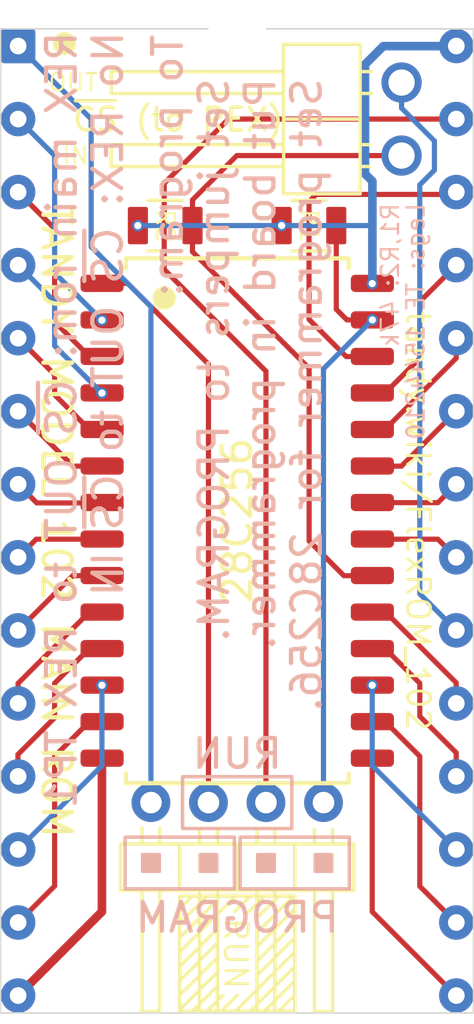
<source format=kicad_pcb>
(kicad_pcb (version 20171130) (host pcbnew 5.1.7-a382d34a8~87~ubuntu20.04.1)

  (general
    (thickness 1.6)
    (drawings 59)
    (tracks 133)
    (zones 0)
    (modules 6)
    (nets 32)
  )

  (page USLetter)
  (title_block
    (date 2020-11-02)
  )

  (layers
    (0 F.Cu signal)
    (31 B.Cu signal)
    (32 B.Adhes user hide)
    (33 F.Adhes user hide)
    (34 B.Paste user hide)
    (35 F.Paste user hide)
    (36 B.SilkS user)
    (37 F.SilkS user)
    (38 B.Mask user)
    (39 F.Mask user)
    (40 Dwgs.User user)
    (41 Cmts.User user hide)
    (42 Eco1.User user hide)
    (43 Eco2.User user hide)
    (44 Edge.Cuts user)
    (45 Margin user hide)
    (46 B.CrtYd user hide)
    (47 F.CrtYd user hide)
    (48 B.Fab user hide)
    (49 F.Fab user hide)
  )

  (setup
    (last_trace_width 0.18)
    (user_trace_width 0.16)
    (user_trace_width 0.2)
    (user_trace_width 0.3)
    (trace_clearance 0.16)
    (zone_clearance 0.508)
    (zone_45_only no)
    (trace_min 0.16)
    (via_size 0.4)
    (via_drill 0.25)
    (via_min_size 0.4)
    (via_min_drill 0.25)
    (uvia_size 0.4)
    (uvia_drill 0.25)
    (uvias_allowed no)
    (uvia_min_size 0.4)
    (uvia_min_drill 0.25)
    (edge_width 0.05)
    (segment_width 0.2)
    (pcb_text_width 0.3)
    (pcb_text_size 1.5 1.5)
    (mod_edge_width 0.12)
    (mod_text_size 1 1)
    (mod_text_width 0.15)
    (pad_size 2 2)
    (pad_drill 2)
    (pad_to_mask_clearance 0)
    (aux_axis_origin 0 0)
    (grid_origin 127 101.6)
    (visible_elements FFFFFF7F)
    (pcbplotparams
      (layerselection 0x010fc_ffffffff)
      (usegerberextensions false)
      (usegerberattributes false)
      (usegerberadvancedattributes false)
      (creategerberjobfile false)
      (excludeedgelayer true)
      (linewidth 0.100000)
      (plotframeref false)
      (viasonmask false)
      (mode 1)
      (useauxorigin false)
      (hpglpennumber 1)
      (hpglpenspeed 20)
      (hpglpendiameter 15.000000)
      (psnegative false)
      (psa4output false)
      (plotreference true)
      (plotvalue true)
      (plotinvisibletext false)
      (padsonsilk false)
      (subtractmaskfromsilk false)
      (outputformat 1)
      (mirror false)
      (drillshape 1)
      (scaleselection 1)
      (outputdirectory ""))
  )

  (net 0 "")
  (net 1 /D3)
  (net 2 /A12)
  (net 3 /D4)
  (net 4 /A7)
  (net 5 /D5)
  (net 6 /A6)
  (net 7 /D6)
  (net 8 /A5)
  (net 9 /D7)
  (net 10 /A4)
  (net 11 /~CS_OUT)
  (net 12 /A3)
  (net 13 /A10)
  (net 14 /A2)
  (net 15 /~OE)
  (net 16 /A1)
  (net 17 /A11)
  (net 18 /A0)
  (net 19 /A9)
  (net 20 /D0)
  (net 21 /A8)
  (net 22 /D1)
  (net 23 /A13)
  (net 24 /D2)
  (net 25 /A14)
  (net 26 /GND)
  (net 27 /VCC)
  (net 28 /~CS_IN)
  (net 29 /~WE)
  (net 30 /A14_~WE)
  (net 31 /NC_A14)

  (net_class Default "This is the default net class."
    (clearance 0.16)
    (trace_width 0.18)
    (via_dia 0.4)
    (via_drill 0.25)
    (uvia_dia 0.4)
    (uvia_drill 0.25)
    (add_net /A0)
    (add_net /A1)
    (add_net /A10)
    (add_net /A11)
    (add_net /A12)
    (add_net /A13)
    (add_net /A14)
    (add_net /A14_~WE)
    (add_net /A2)
    (add_net /A3)
    (add_net /A4)
    (add_net /A5)
    (add_net /A6)
    (add_net /A7)
    (add_net /A8)
    (add_net /A9)
    (add_net /D0)
    (add_net /D1)
    (add_net /D2)
    (add_net /D3)
    (add_net /D4)
    (add_net /D5)
    (add_net /D6)
    (add_net /D7)
    (add_net /GND)
    (add_net /NC_A14)
    (add_net /VCC)
    (add_net /~CS_IN)
    (add_net /~CS_OUT)
    (add_net /~OE)
    (add_net /~WE)
  )

  (module 000_LOCAL:PinHeader_1x04_P2.00mm_Horizontal (layer F.Cu) (tedit 5F9FCD4A) (tstamp 5FA053B9)
    (at 130 111.4 270)
    (descr "Through hole angled pin header, 1x04, 2.00mm pitch, 4.2mm pin length, single row")
    (tags "Through hole angled pin header THT 1x04 2.00mm single row")
    (path /5FA17830)
    (fp_text reference JP2 (at 3.1 -2 90) (layer F.SilkS) hide
      (effects (font (size 1 1) (thickness 0.15)))
    )
    (fp_text value Jumper_4_Bridged23 (at 3.1 8 90) (layer F.Fab)
      (effects (font (size 1 1) (thickness 0.15)))
    )
    (fp_line (start 1.875 -1) (end 3 -1) (layer F.Fab) (width 0.1))
    (fp_line (start 3 -1) (end 3 7) (layer F.Fab) (width 0.1))
    (fp_line (start 3 7) (end 1.5 7) (layer F.Fab) (width 0.1))
    (fp_line (start 1.5 7) (end 1.5 -0.625) (layer F.Fab) (width 0.1))
    (fp_line (start 1.5 -0.625) (end 1.875 -1) (layer F.Fab) (width 0.1))
    (fp_line (start -0.25 -0.25) (end 1.5 -0.25) (layer F.Fab) (width 0.1))
    (fp_line (start -0.25 -0.25) (end -0.25 0.25) (layer F.Fab) (width 0.1))
    (fp_line (start -0.25 0.25) (end 1.5 0.25) (layer F.Fab) (width 0.1))
    (fp_line (start 3 -0.25) (end 7.2 -0.25) (layer F.Fab) (width 0.1))
    (fp_line (start 7.2 -0.25) (end 7.2 0.25) (layer F.Fab) (width 0.1))
    (fp_line (start 3 0.25) (end 7.2 0.25) (layer F.Fab) (width 0.1))
    (fp_line (start -0.25 1.75) (end 1.5 1.75) (layer F.Fab) (width 0.1))
    (fp_line (start -0.25 1.75) (end -0.25 2.25) (layer F.Fab) (width 0.1))
    (fp_line (start -0.25 2.25) (end 1.5 2.25) (layer F.Fab) (width 0.1))
    (fp_line (start 3 1.75) (end 7.2 1.75) (layer F.Fab) (width 0.1))
    (fp_line (start 7.2 1.75) (end 7.2 2.25) (layer F.Fab) (width 0.1))
    (fp_line (start 3 2.25) (end 7.2 2.25) (layer F.Fab) (width 0.1))
    (fp_line (start -0.25 3.75) (end 1.5 3.75) (layer F.Fab) (width 0.1))
    (fp_line (start -0.25 3.75) (end -0.25 4.25) (layer F.Fab) (width 0.1))
    (fp_line (start -0.25 4.25) (end 1.5 4.25) (layer F.Fab) (width 0.1))
    (fp_line (start 3 3.75) (end 7.2 3.75) (layer F.Fab) (width 0.1))
    (fp_line (start 7.2 3.75) (end 7.2 4.25) (layer F.Fab) (width 0.1))
    (fp_line (start 3 4.25) (end 7.2 4.25) (layer F.Fab) (width 0.1))
    (fp_line (start -0.25 5.75) (end 1.5 5.75) (layer F.Fab) (width 0.1))
    (fp_line (start -0.25 5.75) (end -0.25 6.25) (layer F.Fab) (width 0.1))
    (fp_line (start -0.25 6.25) (end 1.5 6.25) (layer F.Fab) (width 0.1))
    (fp_line (start 3 5.75) (end 7.2 5.75) (layer F.Fab) (width 0.1))
    (fp_line (start 7.2 5.75) (end 7.2 6.25) (layer F.Fab) (width 0.1))
    (fp_line (start 3 6.25) (end 7.2 6.25) (layer F.Fab) (width 0.1))
    (fp_line (start 1.44 -1.06) (end 1.44 7.06) (layer F.SilkS) (width 0.12))
    (fp_line (start 1.44 7.06) (end 3.06 7.06) (layer F.SilkS) (width 0.12))
    (fp_line (start 3.06 7.06) (end 3.06 -1.06) (layer F.SilkS) (width 0.12))
    (fp_line (start 3.06 -1.06) (end 1.44 -1.06) (layer F.SilkS) (width 0.12))
    (fp_line (start 3.06 -0.31) (end 7.26 -0.31) (layer F.SilkS) (width 0.12))
    (fp_line (start 7.26 -0.31) (end 7.26 0.31) (layer F.SilkS) (width 0.12))
    (fp_line (start 7.26 0.31) (end 3.06 0.31) (layer F.SilkS) (width 0.12))
    (fp_line (start 0.935 -0.31) (end 1.44 -0.31) (layer F.SilkS) (width 0.12))
    (fp_line (start 0.935 0.31) (end 1.44 0.31) (layer F.SilkS) (width 0.12))
    (fp_line (start 1.44 1) (end 3.06 1) (layer F.SilkS) (width 0.12))
    (fp_line (start 3.06 1.69) (end 7.26 1.69) (layer F.SilkS) (width 0.12))
    (fp_line (start 7.26 1.69) (end 7.26 2.31) (layer F.SilkS) (width 0.12))
    (fp_line (start 7.26 2.31) (end 3.06 2.31) (layer F.SilkS) (width 0.12))
    (fp_line (start 0.882114 1.69) (end 1.44 1.69) (layer F.SilkS) (width 0.12))
    (fp_line (start 0.882114 2.31) (end 1.44 2.31) (layer F.SilkS) (width 0.12))
    (fp_line (start 1.44 3) (end 3.06 3) (layer F.SilkS) (width 0.12))
    (fp_line (start 3.06 3.69) (end 7.26 3.69) (layer F.SilkS) (width 0.12))
    (fp_line (start 7.26 3.69) (end 7.26 4.31) (layer F.SilkS) (width 0.12))
    (fp_line (start 7.26 4.31) (end 3.06 4.31) (layer F.SilkS) (width 0.12))
    (fp_line (start 0.882114 3.69) (end 1.44 3.69) (layer F.SilkS) (width 0.12))
    (fp_line (start 0.882114 4.31) (end 1.44 4.31) (layer F.SilkS) (width 0.12))
    (fp_line (start 1.44 5) (end 3.06 5) (layer F.SilkS) (width 0.12))
    (fp_line (start 3.06 5.69) (end 7.26 5.69) (layer F.SilkS) (width 0.12))
    (fp_line (start 7.26 5.69) (end 7.26 6.31) (layer F.SilkS) (width 0.12))
    (fp_line (start 7.26 6.31) (end 3.06 6.31) (layer F.SilkS) (width 0.12))
    (fp_line (start 0.882114 5.69) (end 1.44 5.69) (layer F.SilkS) (width 0.12))
    (fp_line (start 0.882114 6.31) (end 1.44 6.31) (layer F.SilkS) (width 0.12))
    (fp_line (start -1.5 -1.5) (end -1.5 7.5) (layer F.CrtYd) (width 0.05))
    (fp_line (start -1.5 7.5) (end 7.7 7.5) (layer F.CrtYd) (width 0.05))
    (fp_line (start 7.7 7.5) (end 7.7 -1.5) (layer F.CrtYd) (width 0.05))
    (fp_line (start 7.7 -1.5) (end -1.5 -1.5) (layer F.CrtYd) (width 0.05))
    (fp_text user %R (at 2.25 3) (layer F.Fab)
      (effects (font (size 0.9 0.9) (thickness 0.135)))
    )
    (pad 4 thru_hole circle (at 0 6 270) (size 1.35 1.35) (drill 0.75) (layers *.Cu *.Mask)
      (net 31 /NC_A14))
    (pad 3 thru_hole circle (at 0 4 270) (size 1.35 1.35) (drill 0.75) (layers *.Cu *.Mask)
      (net 25 /A14))
    (pad 2 thru_hole circle (at 0 2 270) (size 1.35 1.35) (drill 0.75) (layers *.Cu *.Mask)
      (net 30 /A14_~WE))
    (pad 1 thru_hole circle (at 0 0 270) (size 1.35 1.35) (drill 0.75) (layers *.Cu *.Mask)
      (net 29 /~WE))
    (model ${KIPRJMOD}/000_LOCAL.pretty/packages3d/PinHeader_1x04_P2.00mm_Horizontal.step
      (at (xyz 0 0 0))
      (scale (xyz 1 1 1))
      (rotate (xyz 0 0 0))
    )
  )

  (module 000_LOCAL:DIP28_0.6_pcb_sil_pins (layer F.Cu) (tedit 5E4383E0) (tstamp 5E369E74)
    (at 127 101.6)
    (descr "28-lead though-hole mounted DIP package, row spacing 15.24 mm (600 mils)")
    (tags "THT DIP DIL PDIP 2.54mm 15.24mm 600mil")
    (path /5E5C209E)
    (fp_text reference J1 (at -4.445 -16.51) (layer F.SilkS) hide
      (effects (font (size 1 1) (thickness 0.15)))
    )
    (fp_text value "27C256 DIP LEGS" (at 0 18.84) (layer F.Fab)
      (effects (font (size 1 1) (thickness 0.15)))
    )
    (fp_line (start 8.22 -17.11) (end -8.22 -17.11) (layer F.CrtYd) (width 0.01))
    (fp_line (start 8.22 17.11) (end 8.22 -17.11) (layer F.CrtYd) (width 0.01))
    (fp_line (start -8.22 17.11) (end 8.22 17.11) (layer F.CrtYd) (width 0.01))
    (fp_line (start -8.22 -17.11) (end -8.22 17.11) (layer F.CrtYd) (width 0.01))
    (fp_text user %R (at 0.27 3.12) (layer F.Fab)
      (effects (font (size 1 1) (thickness 0.15)))
    )
    (pad "" np_thru_hole circle (at 0 -17.11) (size 2 2) (drill 2) (layers *.Cu *.Mask))
    (pad 1 thru_hole roundrect (at -7.62 -16.51) (size 1.2 1.2) (drill 0.58) (layers *.Cu *.Mask) (roundrect_rratio 0.1)
      (net 31 /NC_A14))
    (pad 15 thru_hole circle (at 7.62 16.51) (size 1.2 1.2) (drill 0.58) (layers *.Cu *.Mask)
      (net 1 /D3))
    (pad 2 thru_hole circle (at -7.62 -13.97) (size 1.2 1.2) (drill 0.58) (layers *.Cu *.Mask)
      (net 2 /A12))
    (pad 16 thru_hole circle (at 7.62 13.97) (size 1.2 1.2) (drill 0.58) (layers *.Cu *.Mask)
      (net 3 /D4))
    (pad 3 thru_hole circle (at -7.62 -11.43) (size 1.2 1.2) (drill 0.58) (layers *.Cu *.Mask)
      (net 4 /A7))
    (pad 17 thru_hole circle (at 7.62 11.43) (size 1.2 1.2) (drill 0.58) (layers *.Cu *.Mask)
      (net 5 /D5))
    (pad 4 thru_hole circle (at -7.62 -8.89) (size 1.2 1.2) (drill 0.58) (layers *.Cu *.Mask)
      (net 6 /A6))
    (pad 18 thru_hole circle (at 7.62 8.89) (size 1.2 1.2) (drill 0.58) (layers *.Cu *.Mask)
      (net 7 /D6))
    (pad 5 thru_hole circle (at -7.62 -6.35) (size 1.2 1.2) (drill 0.58) (layers *.Cu *.Mask)
      (net 8 /A5))
    (pad 19 thru_hole circle (at 7.62 6.35) (size 1.2 1.2) (drill 0.58) (layers *.Cu *.Mask)
      (net 9 /D7))
    (pad 6 thru_hole circle (at -7.62 -3.81) (size 1.2 1.2) (drill 0.58) (layers *.Cu *.Mask)
      (net 10 /A4))
    (pad 20 thru_hole circle (at 7.62 3.81) (size 1.2 1.2) (drill 0.58) (layers *.Cu *.Mask)
      (net 11 /~CS_OUT))
    (pad 7 thru_hole circle (at -7.62 -1.27) (size 1.2 1.2) (drill 0.58) (layers *.Cu *.Mask)
      (net 12 /A3))
    (pad 21 thru_hole circle (at 7.62 1.27) (size 1.2 1.2) (drill 0.58) (layers *.Cu *.Mask)
      (net 13 /A10))
    (pad 8 thru_hole circle (at -7.62 1.27) (size 1.2 1.2) (drill 0.58) (layers *.Cu *.Mask)
      (net 14 /A2))
    (pad 22 thru_hole circle (at 7.62 -1.27) (size 1.2 1.2) (drill 0.58) (layers *.Cu *.Mask)
      (net 15 /~OE))
    (pad 9 thru_hole circle (at -7.62 3.81) (size 1.2 1.2) (drill 0.58) (layers *.Cu *.Mask)
      (net 16 /A1))
    (pad 23 thru_hole circle (at 7.62 -3.81) (size 1.2 1.2) (drill 0.58) (layers *.Cu *.Mask)
      (net 17 /A11))
    (pad 10 thru_hole circle (at -7.62 6.35) (size 1.2 1.2) (drill 0.58) (layers *.Cu *.Mask)
      (net 18 /A0))
    (pad 24 thru_hole circle (at 7.62 -6.35) (size 1.2 1.2) (drill 0.58) (layers *.Cu *.Mask)
      (net 19 /A9))
    (pad 11 thru_hole circle (at -7.62 8.89) (size 1.2 1.2) (drill 0.58) (layers *.Cu *.Mask)
      (net 20 /D0))
    (pad 25 thru_hole circle (at 7.62 -8.89) (size 1.2 1.2) (drill 0.58) (layers *.Cu *.Mask)
      (net 21 /A8))
    (pad 12 thru_hole circle (at -7.62 11.43) (size 1.2 1.2) (drill 0.58) (layers *.Cu *.Mask)
      (net 22 /D1))
    (pad 26 thru_hole circle (at 7.62 -11.43) (size 1.2 1.2) (drill 0.58) (layers *.Cu *.Mask)
      (net 23 /A13))
    (pad 13 thru_hole circle (at -7.62 13.97) (size 1.2 1.2) (drill 0.58) (layers *.Cu *.Mask)
      (net 24 /D2))
    (pad 27 thru_hole circle (at 7.62 -13.97) (size 1.2 1.2) (drill 0.58) (layers *.Cu *.Mask)
      (net 30 /A14_~WE))
    (pad 14 thru_hole circle (at -7.62 16.51) (size 1.2 1.2) (drill 0.58) (layers *.Cu *.Mask)
      (net 26 /GND))
    (pad 28 thru_hole circle (at 7.62 -16.51) (size 1.2 1.2) (drill 0.58) (layers *.Cu *.Mask)
      (net 27 /VCC))
    (model ${KIPRJMOD}/000_LOCAL.pretty/packages3d/DIL_LEG.step
      (offset (xyz -7.62 16.51 0.18))
      (scale (xyz 1 1 1))
      (rotate (xyz 0 0 0))
    )
    (model ${KIPRJMOD}/000_LOCAL.pretty/packages3d/DIL_LEG.step
      (offset (xyz -7.62 13.97 0.18))
      (scale (xyz 1 1 1))
      (rotate (xyz 0 0 0))
    )
    (model ${KIPRJMOD}/000_LOCAL.pretty/packages3d/DIL_LEG.step
      (offset (xyz -7.62 11.43 0.18))
      (scale (xyz 1 1 1))
      (rotate (xyz 0 0 0))
    )
    (model ${KIPRJMOD}/000_LOCAL.pretty/packages3d/DIL_LEG.step
      (offset (xyz -7.62 8.890000000000001 0.18))
      (scale (xyz 1 1 1))
      (rotate (xyz 0 0 0))
    )
    (model ${KIPRJMOD}/000_LOCAL.pretty/packages3d/DIL_LEG.step
      (offset (xyz -7.62 6.35 0.18))
      (scale (xyz 1 1 1))
      (rotate (xyz 0 0 0))
    )
    (model ${KIPRJMOD}/000_LOCAL.pretty/packages3d/DIL_LEG.step
      (offset (xyz -7.62 3.81 0.18))
      (scale (xyz 1 1 1))
      (rotate (xyz 0 0 0))
    )
    (model ${KIPRJMOD}/000_LOCAL.pretty/packages3d/DIL_LEG.step
      (offset (xyz -7.62 1.27 0.18))
      (scale (xyz 1 1 1))
      (rotate (xyz 0 0 0))
    )
    (model ${KIPRJMOD}/000_LOCAL.pretty/packages3d/DIL_LEG.step
      (offset (xyz -7.62 -1.27 0.18))
      (scale (xyz 1 1 1))
      (rotate (xyz 0 0 0))
    )
    (model ${KIPRJMOD}/000_LOCAL.pretty/packages3d/DIL_LEG.step
      (offset (xyz -7.62 -3.81 0.18))
      (scale (xyz 1 1 1))
      (rotate (xyz 0 0 0))
    )
    (model ${KIPRJMOD}/000_LOCAL.pretty/packages3d/DIL_LEG.step
      (offset (xyz -7.62 -6.35 0.18))
      (scale (xyz 1 1 1))
      (rotate (xyz 0 0 0))
    )
    (model ${KIPRJMOD}/000_LOCAL.pretty/packages3d/DIL_LEG.step
      (offset (xyz -7.62 -8.890000000000001 0.18))
      (scale (xyz 1 1 1))
      (rotate (xyz 0 0 0))
    )
    (model ${KIPRJMOD}/000_LOCAL.pretty/packages3d/DIL_LEG.step
      (offset (xyz -7.62 -11.43 0.18))
      (scale (xyz 1 1 1))
      (rotate (xyz 0 0 0))
    )
    (model ${KIPRJMOD}/000_LOCAL.pretty/packages3d/DIL_LEG.step
      (offset (xyz -7.62 -13.97 0.18))
      (scale (xyz 1 1 1))
      (rotate (xyz 0 0 0))
    )
    (model ${KIPRJMOD}/000_LOCAL.pretty/packages3d/DIL_LEG.step
      (offset (xyz -7.62 -16.51 0.18))
      (scale (xyz 1 1 1))
      (rotate (xyz 0 0 0))
    )
    (model ${KIPRJMOD}/000_LOCAL.pretty/packages3d/DIL_LEG.step
      (offset (xyz 7.62 -16.51 0.18))
      (scale (xyz 1 1 1))
      (rotate (xyz 0 0 0))
    )
    (model ${KIPRJMOD}/000_LOCAL.pretty/packages3d/DIL_LEG.step
      (offset (xyz 7.62 -13.97 0.18))
      (scale (xyz 1 1 1))
      (rotate (xyz 0 0 0))
    )
    (model ${KIPRJMOD}/000_LOCAL.pretty/packages3d/DIL_LEG.step
      (offset (xyz 7.62 -11.43 0.18))
      (scale (xyz 1 1 1))
      (rotate (xyz 0 0 0))
    )
    (model ${KIPRJMOD}/000_LOCAL.pretty/packages3d/DIL_LEG.step
      (offset (xyz 7.62 -8.890000000000001 0.18))
      (scale (xyz 1 1 1))
      (rotate (xyz 0 0 0))
    )
    (model ${KIPRJMOD}/000_LOCAL.pretty/packages3d/DIL_LEG.step
      (offset (xyz 7.62 -6.35 0.18))
      (scale (xyz 1 1 1))
      (rotate (xyz 0 0 0))
    )
    (model ${KIPRJMOD}/000_LOCAL.pretty/packages3d/DIL_LEG.step
      (offset (xyz 7.62 -3.81 0.18))
      (scale (xyz 1 1 1))
      (rotate (xyz 0 0 0))
    )
    (model ${KIPRJMOD}/000_LOCAL.pretty/packages3d/DIL_LEG.step
      (offset (xyz 7.62 -1.27 0.18))
      (scale (xyz 1 1 1))
      (rotate (xyz 0 0 0))
    )
    (model ${KIPRJMOD}/000_LOCAL.pretty/packages3d/DIL_LEG.step
      (offset (xyz 7.62 1.27 0.18))
      (scale (xyz 1 1 1))
      (rotate (xyz 0 0 0))
    )
    (model ${KIPRJMOD}/000_LOCAL.pretty/packages3d/DIL_LEG.step
      (offset (xyz 7.62 3.81 0.18))
      (scale (xyz 1 1 1))
      (rotate (xyz 0 0 0))
    )
    (model ${KIPRJMOD}/000_LOCAL.pretty/packages3d/DIL_LEG.step
      (offset (xyz 7.62 6.35 0.18))
      (scale (xyz 1 1 1))
      (rotate (xyz 0 0 0))
    )
    (model ${KIPRJMOD}/000_LOCAL.pretty/packages3d/DIL_LEG.step
      (offset (xyz 7.62 8.890000000000001 0.18))
      (scale (xyz 1 1 1))
      (rotate (xyz 0 0 0))
    )
    (model ${KIPRJMOD}/000_LOCAL.pretty/packages3d/DIL_LEG.step
      (offset (xyz 7.62 11.43 0.18))
      (scale (xyz 1 1 1))
      (rotate (xyz 0 0 0))
    )
    (model ${KIPRJMOD}/000_LOCAL.pretty/packages3d/DIL_LEG.step
      (offset (xyz 7.62 13.97 0.18))
      (scale (xyz 1 1 1))
      (rotate (xyz 0 0 0))
    )
    (model ${KIPRJMOD}/000_LOCAL.pretty/packages3d/DIL_LEG.step
      (offset (xyz 7.62 16.51 0.18))
      (scale (xyz 1 1 1))
      (rotate (xyz 0 0 0))
    )
  )

  (module 000_LOCAL:R_0805 (layer F.Cu) (tedit 5F9E65BE) (tstamp 5F9FCA43)
    (at 129.495 91.335 180)
    (descr "Resistor SMD 0805, reflow soldering, Vishay (see dcrcw.pdf)")
    (tags "resistor 0805")
    (path /5E6B3AF8)
    (attr smd)
    (fp_text reference R1 (at -0.005 -0.015 -90 unlocked) (layer F.SilkS)
      (effects (font (size 0.6 0.6) (thickness 0.08)))
    )
    (fp_text value 47K (at 0 1.75) (layer F.Fab) hide
      (effects (font (size 1 1) (thickness 0.15)))
    )
    (fp_line (start -1 0.62) (end -1 -0.62) (layer F.Fab) (width 0.1))
    (fp_line (start 1 0.62) (end -1 0.62) (layer F.Fab) (width 0.1))
    (fp_line (start 1 -0.62) (end 1 0.62) (layer F.Fab) (width 0.1))
    (fp_line (start -1 -0.62) (end 1 -0.62) (layer F.Fab) (width 0.1))
    (fp_line (start 0.6 0.88) (end -0.6 0.88) (layer F.SilkS) (width 0.12))
    (fp_line (start -0.6 -0.88) (end 0.6 -0.88) (layer F.SilkS) (width 0.12))
    (fp_line (start -1.55 -0.9) (end 1.55 -0.9) (layer F.CrtYd) (width 0.05))
    (fp_line (start -1.55 -0.9) (end -1.55 0.9) (layer F.CrtYd) (width 0.05))
    (fp_line (start 1.55 0.9) (end 1.55 -0.9) (layer F.CrtYd) (width 0.05))
    (fp_line (start 1.55 0.9) (end -1.55 0.9) (layer F.CrtYd) (width 0.05))
    (fp_text user %R (at 0 0) (layer F.Fab) hide
      (effects (font (size 0.5 0.5) (thickness 0.075)))
    )
    (pad 1 smd roundrect (at -0.95 0 180) (size 0.7 1.3) (layers F.Cu F.Paste F.Mask) (roundrect_rratio 0.1)
      (net 29 /~WE))
    (pad 2 smd roundrect (at 0.95 0 180) (size 0.7 1.3) (layers F.Cu F.Paste F.Mask) (roundrect_rratio 0.1)
      (net 27 /VCC))
    (model ${KIPRJMOD}/000_LOCAL.pretty/packages3d/R_0805_2012Metric.step
      (at (xyz 0 0 0))
      (scale (xyz 1 1 1))
      (rotate (xyz 0 0 0))
    )
  )

  (module 000_LOCAL:R_0805 (layer F.Cu) (tedit 5F9E65BE) (tstamp 5F9FCA13)
    (at 124.495 91.335 180)
    (descr "Resistor SMD 0805, reflow soldering, Vishay (see dcrcw.pdf)")
    (tags "resistor 0805")
    (path /5E68C7F8)
    (attr smd)
    (fp_text reference R2 (at -0.005 -0.015 270 unlocked) (layer F.SilkS)
      (effects (font (size 0.6 0.6) (thickness 0.08)))
    )
    (fp_text value 47K (at 0 1.75) (layer F.Fab)
      (effects (font (size 1 1) (thickness 0.15)))
    )
    (fp_line (start -1 0.62) (end -1 -0.62) (layer F.Fab) (width 0.1))
    (fp_line (start 1 0.62) (end -1 0.62) (layer F.Fab) (width 0.1))
    (fp_line (start 1 -0.62) (end 1 0.62) (layer F.Fab) (width 0.1))
    (fp_line (start -1 -0.62) (end 1 -0.62) (layer F.Fab) (width 0.1))
    (fp_line (start 0.6 0.88) (end -0.6 0.88) (layer F.SilkS) (width 0.12))
    (fp_line (start -0.6 -0.88) (end 0.6 -0.88) (layer F.SilkS) (width 0.12))
    (fp_line (start -1.55 -0.9) (end 1.55 -0.9) (layer F.CrtYd) (width 0.05))
    (fp_line (start -1.55 -0.9) (end -1.55 0.9) (layer F.CrtYd) (width 0.05))
    (fp_line (start 1.55 0.9) (end 1.55 -0.9) (layer F.CrtYd) (width 0.05))
    (fp_line (start 1.55 0.9) (end -1.55 0.9) (layer F.CrtYd) (width 0.05))
    (fp_text user %R (at 0 0) (layer F.Fab)
      (effects (font (size 0.5 0.5) (thickness 0.075)))
    )
    (pad 1 smd roundrect (at -0.95 0 180) (size 0.7 1.3) (layers F.Cu F.Paste F.Mask) (roundrect_rratio 0.1)
      (net 28 /~CS_IN))
    (pad 2 smd roundrect (at 0.95 0 180) (size 0.7 1.3) (layers F.Cu F.Paste F.Mask) (roundrect_rratio 0.1)
      (net 27 /VCC))
    (model ${KIPRJMOD}/000_LOCAL.pretty/packages3d/R_0805_2012Metric.step
      (at (xyz 0 0 0))
      (scale (xyz 1 1 1))
      (rotate (xyz 0 0 0))
    )
  )

  (module 000_LOCAL:SOIC28W (layer F.Cu) (tedit 5E621A1B) (tstamp 5FA06128)
    (at 127 101.6)
    (descr "28-Lead Plastic Small Outline (SO) - Wide, 7.50 mm Body [SOIC] (see Microchip Packaging Specification 00000049BS.pdf)")
    (tags "SOIC 1.27")
    (path /5E5B130A)
    (attr smd)
    (fp_text reference U1 (at 0 -10.05) (layer F.SilkS) hide
      (effects (font (size 1 1) (thickness 0.15)))
    )
    (fp_text value 28C256 (at -0.0003 -0.0002 -90) (layer F.SilkS)
      (effects (font (size 1 1) (thickness 0.15)))
    )
    (fp_circle (center -2.54 -7.747) (end -2.3368 -7.747) (layer F.SilkS) (width 0.4064))
    (fp_line (start -2.75 -8.95) (end 3.75 -8.95) (layer F.Fab) (width 0.15))
    (fp_line (start 3.75 -8.95) (end 3.75 8.95) (layer F.Fab) (width 0.15))
    (fp_line (start 3.75 8.95) (end -3.75 8.95) (layer F.Fab) (width 0.15))
    (fp_line (start -3.75 8.95) (end -3.75 -7.95) (layer F.Fab) (width 0.15))
    (fp_line (start -3.75 -7.95) (end -2.75 -8.95) (layer F.Fab) (width 0.15))
    (fp_line (start -5.95 -9.3) (end -5.95 9.3) (layer F.CrtYd) (width 0.05))
    (fp_line (start 5.95 -9.3) (end 5.95 9.3) (layer F.CrtYd) (width 0.05))
    (fp_line (start -5.95 -9.3) (end 5.95 -9.3) (layer F.CrtYd) (width 0.05))
    (fp_line (start -5.95 9.3) (end 5.95 9.3) (layer F.CrtYd) (width 0.05))
    (fp_line (start -3.875 -9.125) (end -3.875 -8.78) (layer F.SilkS) (width 0.15))
    (fp_line (start 3.875 -9.125) (end 3.875 -8.78) (layer F.SilkS) (width 0.15))
    (fp_line (start 3.875 9.125) (end 3.875 8.78) (layer F.SilkS) (width 0.15))
    (fp_line (start -3.875 9.125) (end -3.875 8.78) (layer F.SilkS) (width 0.15))
    (fp_line (start -3.875 -9.125) (end 3.875 -9.125) (layer F.SilkS) (width 0.15))
    (fp_line (start -3.875 9.125) (end 3.875 9.125) (layer F.SilkS) (width 0.15))
    (fp_text user %R (at -0.01 1.61) (layer F.Fab)
      (effects (font (size 1 1) (thickness 0.15)))
    )
    (pad 28 smd roundrect (at 4.7 -8.255) (size 1.5 0.6) (layers F.Cu F.Paste F.Mask) (roundrect_rratio 0.25)
      (net 27 /VCC))
    (pad 27 smd roundrect (at 4.7 -6.985) (size 1.5 0.6) (layers F.Cu F.Paste F.Mask) (roundrect_rratio 0.25)
      (net 29 /~WE))
    (pad 26 smd roundrect (at 4.7 -5.715) (size 1.5 0.6) (layers F.Cu F.Paste F.Mask) (roundrect_rratio 0.25)
      (net 23 /A13))
    (pad 25 smd roundrect (at 4.7 -4.445) (size 1.5 0.6) (layers F.Cu F.Paste F.Mask) (roundrect_rratio 0.25)
      (net 21 /A8))
    (pad 24 smd roundrect (at 4.7 -3.175) (size 1.5 0.6) (layers F.Cu F.Paste F.Mask) (roundrect_rratio 0.25)
      (net 19 /A9))
    (pad 23 smd roundrect (at 4.7 -1.905) (size 1.5 0.6) (layers F.Cu F.Paste F.Mask) (roundrect_rratio 0.25)
      (net 17 /A11))
    (pad 22 smd roundrect (at 4.7 -0.635) (size 1.5 0.6) (layers F.Cu F.Paste F.Mask) (roundrect_rratio 0.25)
      (net 15 /~OE))
    (pad 21 smd roundrect (at 4.7 0.635) (size 1.5 0.6) (layers F.Cu F.Paste F.Mask) (roundrect_rratio 0.25)
      (net 13 /A10))
    (pad 20 smd roundrect (at 4.7 1.905) (size 1.5 0.6) (layers F.Cu F.Paste F.Mask) (roundrect_rratio 0.25)
      (net 28 /~CS_IN))
    (pad 19 smd roundrect (at 4.7 3.175) (size 1.5 0.6) (layers F.Cu F.Paste F.Mask) (roundrect_rratio 0.25)
      (net 9 /D7))
    (pad 18 smd roundrect (at 4.7 4.445) (size 1.5 0.6) (layers F.Cu F.Paste F.Mask) (roundrect_rratio 0.25)
      (net 7 /D6))
    (pad 17 smd roundrect (at 4.7 5.715) (size 1.5 0.6) (layers F.Cu F.Paste F.Mask) (roundrect_rratio 0.25)
      (net 5 /D5))
    (pad 16 smd roundrect (at 4.7 6.985) (size 1.5 0.6) (layers F.Cu F.Paste F.Mask) (roundrect_rratio 0.25)
      (net 3 /D4))
    (pad 15 smd roundrect (at 4.7 8.255) (size 1.5 0.6) (layers F.Cu F.Paste F.Mask) (roundrect_rratio 0.25)
      (net 1 /D3))
    (pad 14 smd roundrect (at -4.7 8.255) (size 1.5 0.6) (layers F.Cu F.Paste F.Mask) (roundrect_rratio 0.25)
      (net 26 /GND))
    (pad 13 smd roundrect (at -4.7 6.985) (size 1.5 0.6) (layers F.Cu F.Paste F.Mask) (roundrect_rratio 0.25)
      (net 24 /D2))
    (pad 12 smd roundrect (at -4.7 5.715) (size 1.5 0.6) (layers F.Cu F.Paste F.Mask) (roundrect_rratio 0.25)
      (net 22 /D1))
    (pad 11 smd roundrect (at -4.7 4.445) (size 1.5 0.6) (layers F.Cu F.Paste F.Mask) (roundrect_rratio 0.25)
      (net 20 /D0))
    (pad 10 smd roundrect (at -4.7 3.175) (size 1.5 0.6) (layers F.Cu F.Paste F.Mask) (roundrect_rratio 0.25)
      (net 18 /A0))
    (pad 9 smd roundrect (at -4.7 1.905) (size 1.5 0.6) (layers F.Cu F.Paste F.Mask) (roundrect_rratio 0.25)
      (net 16 /A1))
    (pad 8 smd roundrect (at -4.7 0.635) (size 1.5 0.6) (layers F.Cu F.Paste F.Mask) (roundrect_rratio 0.25)
      (net 14 /A2))
    (pad 7 smd roundrect (at -4.7 -0.635) (size 1.5 0.6) (layers F.Cu F.Paste F.Mask) (roundrect_rratio 0.25)
      (net 12 /A3))
    (pad 6 smd roundrect (at -4.7 -1.905) (size 1.5 0.6) (layers F.Cu F.Paste F.Mask) (roundrect_rratio 0.25)
      (net 10 /A4))
    (pad 5 smd roundrect (at -4.7 -3.175) (size 1.5 0.6) (layers F.Cu F.Paste F.Mask) (roundrect_rratio 0.25)
      (net 8 /A5))
    (pad 4 smd roundrect (at -4.7 -4.445) (size 1.5 0.6) (layers F.Cu F.Paste F.Mask) (roundrect_rratio 0.25)
      (net 6 /A6))
    (pad 3 smd roundrect (at -4.7 -5.715) (size 1.5 0.6) (layers F.Cu F.Paste F.Mask) (roundrect_rratio 0.25)
      (net 4 /A7))
    (pad 2 smd roundrect (at -4.7 -6.985) (size 1.5 0.6) (layers F.Cu F.Paste F.Mask) (roundrect_rratio 0.25)
      (net 2 /A12))
    (pad 1 smd roundrect (at -4.7 -8.255) (size 1.5 0.6) (layers F.Cu F.Paste F.Mask) (roundrect_rratio 0.25)
      (net 25 /A14))
    (model ${KIPRJMOD}/000_LOCAL.pretty/packages3d/SOIC28W.step
      (at (xyz 0 0 0))
      (scale (xyz 1 1 1))
      (rotate (xyz 0 0 0))
    )
  )

  (module 000_LOCAL:Pin_Header_Angled_1x02_Pitch2.54mm (layer F.Cu) (tedit 5E349946) (tstamp 5F9FC9AC)
    (at 132.715 88.9 180)
    (descr "Through hole angled pin header, 1x02, 2.54mm pitch, 6mm pin length, single row")
    (tags "Through hole angled pin header THT 1x02 2.54mm single row")
    (path /5E68B8A2)
    (fp_text reference JP1 (at 4.385 -2.27 180) (layer F.SilkS) hide
      (effects (font (size 1 1) (thickness 0.15)))
    )
    (fp_text value "~CS~ breakout (REX TP1)" (at 4.385 4.81 180) (layer F.Fab)
      (effects (font (size 1 1) (thickness 0.15)))
    )
    (fp_line (start 10.55 -1.8) (end -1.8 -1.8) (layer F.CrtYd) (width 0.05))
    (fp_line (start 10.55 4.35) (end 10.55 -1.8) (layer F.CrtYd) (width 0.05))
    (fp_line (start -1.8 4.35) (end 10.55 4.35) (layer F.CrtYd) (width 0.05))
    (fp_line (start -1.8 -1.8) (end -1.8 4.35) (layer F.CrtYd) (width 0.05))
    (fp_line (start 1.042929 2.92) (end 1.44 2.92) (layer F.SilkS) (width 0.12))
    (fp_line (start 1.042929 2.16) (end 1.44 2.16) (layer F.SilkS) (width 0.12))
    (fp_line (start 10.1 2.92) (end 4.1 2.92) (layer F.SilkS) (width 0.12))
    (fp_line (start 10.1 2.16) (end 10.1 2.92) (layer F.SilkS) (width 0.12))
    (fp_line (start 4.1 2.16) (end 10.1 2.16) (layer F.SilkS) (width 0.12))
    (fp_line (start 1.44 1.27) (end 4.1 1.27) (layer F.SilkS) (width 0.12))
    (fp_line (start 1.11 0.38) (end 1.44 0.38) (layer F.SilkS) (width 0.12))
    (fp_line (start 1.11 -0.38) (end 1.44 -0.38) (layer F.SilkS) (width 0.12))
    (fp_line (start 10.1 0.38) (end 4.1 0.38) (layer F.SilkS) (width 0.12))
    (fp_line (start 10.1 -0.38) (end 10.1 0.38) (layer F.SilkS) (width 0.12))
    (fp_line (start 4.1 -0.38) (end 10.1 -0.38) (layer F.SilkS) (width 0.12))
    (fp_line (start 4.1 -1.33) (end 1.44 -1.33) (layer F.SilkS) (width 0.12))
    (fp_line (start 4.1 3.87) (end 4.1 -1.33) (layer F.SilkS) (width 0.12))
    (fp_line (start 1.44 3.87) (end 4.1 3.87) (layer F.SilkS) (width 0.12))
    (fp_line (start 1.44 -1.33) (end 1.44 3.87) (layer F.SilkS) (width 0.12))
    (fp_line (start 4.04 2.86) (end 10.04 2.86) (layer F.Fab) (width 0.1))
    (fp_line (start 10.04 2.22) (end 10.04 2.86) (layer F.Fab) (width 0.1))
    (fp_line (start 4.04 2.22) (end 10.04 2.22) (layer F.Fab) (width 0.1))
    (fp_line (start -0.32 2.86) (end 1.5 2.86) (layer F.Fab) (width 0.1))
    (fp_line (start -0.32 2.22) (end -0.32 2.86) (layer F.Fab) (width 0.1))
    (fp_line (start -0.32 2.22) (end 1.5 2.22) (layer F.Fab) (width 0.1))
    (fp_line (start 4.04 0.32) (end 10.04 0.32) (layer F.Fab) (width 0.1))
    (fp_line (start 10.04 -0.32) (end 10.04 0.32) (layer F.Fab) (width 0.1))
    (fp_line (start 4.04 -0.32) (end 10.04 -0.32) (layer F.Fab) (width 0.1))
    (fp_line (start -0.32 0.32) (end 1.5 0.32) (layer F.Fab) (width 0.1))
    (fp_line (start -0.32 -0.32) (end -0.32 0.32) (layer F.Fab) (width 0.1))
    (fp_line (start -0.32 -0.32) (end 1.5 -0.32) (layer F.Fab) (width 0.1))
    (fp_line (start 1.5 -0.635) (end 2.135 -1.27) (layer F.Fab) (width 0.1))
    (fp_line (start 1.5 3.81) (end 1.5 -0.635) (layer F.Fab) (width 0.1))
    (fp_line (start 4.04 3.81) (end 1.5 3.81) (layer F.Fab) (width 0.1))
    (fp_line (start 4.04 -1.27) (end 4.04 3.81) (layer F.Fab) (width 0.1))
    (fp_line (start 2.135 -1.27) (end 4.04 -1.27) (layer F.Fab) (width 0.1))
    (fp_text user %R (at 2.77 1.27 270) (layer F.Fab)
      (effects (font (size 1 1) (thickness 0.15)))
    )
    (pad 1 thru_hole circle (at 0 0 180) (size 1.4 1.4) (drill 0.914) (layers *.Cu *.Mask)
      (net 28 /~CS_IN))
    (pad 2 thru_hole circle (at 0 2.54 180) (size 1.4 1.4) (drill 0.914) (layers *.Cu *.Mask)
      (net 11 /~CS_OUT))
    (model ${KIPRJMOD}/000_LOCAL.pretty/packages3d/PinHeader_1x02_P2.54mm_Horizontal.step
      (at (xyz 0 0 0))
      (scale (xyz 1 1 1))
      (rotate (xyz 0 0 0))
    )
  )

  (gr_line (start 127.7 115.9) (end 128.95 114.65) (layer F.SilkS) (width 0.12) (tstamp 5FA06E38))
  (gr_line (start 128.45 118.65) (end 129 118.1) (layer F.SilkS) (width 0.12) (tstamp 5FA0679A))
  (gr_line (start 127.95 118.65) (end 129 117.6) (layer F.SilkS) (width 0.12) (tstamp 5FA0672D))
  (gr_line (start 125 118.6) (end 126.3 117.3) (layer F.SilkS) (width 0.12) (tstamp 5FA061C0))
  (gr_line (start 127.7 115.4) (end 128.45 114.65) (layer F.SilkS) (width 0.12) (tstamp 5FA05A36))
  (gr_line (start 127.7 116.4) (end 129 115.1) (layer F.SilkS) (width 0.12) (tstamp 5FA05A34))
  (gr_line (start 127.7 116.9) (end 129 115.6) (layer F.SilkS) (width 0.12) (tstamp 5FA05A32))
  (gr_line (start 127.7 117.4) (end 129 116.1) (layer F.SilkS) (width 0.12) (tstamp 5FA059C6))
  (gr_line (start 126.95 118.65) (end 129 116.6) (layer F.SilkS) (width 0.12) (tstamp 5FA059C4))
  (gr_line (start 127.45 118.65) (end 129 117.1) (layer F.SilkS) (width 0.12) (tstamp 5FA05957))
  (gr_line (start 126.9 115.2) (end 127.45 114.65) (layer F.SilkS) (width 0.12) (tstamp 5FA057A8))
  (gr_line (start 126.45 118.65) (end 127 118.1) (layer F.SilkS) (width 0.12) (tstamp 5FA057A6))
  (gr_line (start 125.95 118.65) (end 126.5 118.1) (layer F.SilkS) (width 0.12) (tstamp 5FA057A4))
  (gr_line (start 125.45 118.65) (end 126.3 117.8) (layer F.SilkS) (width 0.12) (tstamp 5FA05737))
  (gr_line (start 125 118.1) (end 126.3 116.8) (layer F.SilkS) (width 0.12) (tstamp 5FA056CB))
  (gr_line (start 125 117.6) (end 126.3 116.3) (layer F.SilkS) (width 0.12) (tstamp 5FA056C9))
  (gr_line (start 125 117.1) (end 126.3 115.8) (layer F.SilkS) (width 0.12) (tstamp 5FA056C7))
  (gr_line (start 127.4 115.2) (end 127.95 114.65) (layer F.SilkS) (width 0.12) (tstamp 5FA0565B))
  (gr_line (start 125 116.6) (end 126.95 114.65) (layer F.SilkS) (width 0.12) (tstamp 5FA055EE))
  (gr_line (start 125 116.1) (end 126.3 114.8) (layer F.SilkS) (width 0.12))
  (gr_line (start 125 115.6) (end 125.95 114.65) (layer F.SilkS) (width 0.12))
  (gr_line (start 125 115.1) (end 125.45 114.65) (layer F.SilkS) (width 0.12))
  (gr_line (start 129 114.65) (end 125 114.65) (layer F.SilkS) (width 0.12) (tstamp 5FA0528E))
  (gr_line (start 129 118.65) (end 129 114.65) (layer F.SilkS) (width 0.12))
  (gr_line (start 125 118.65) (end 129 118.65) (layer F.SilkS) (width 0.12))
  (gr_line (start 125 114.65) (end 125 118.65) (layer F.SilkS) (width 0.12))
  (gr_text RUN (at 126.95 116.65 -90) (layer F.SilkS)
    (effects (font (size 0.8 0.8) (thickness 0.1)))
  )
  (gr_text "To program:\n  Set jumpers to PROGRAM.\n  Put board in programmer.\n  Set programmer for 28C256." (at 127 84.6 90) (layer B.SilkS)
    (effects (font (size 1 1) (thickness 0.15)) (justify left mirror))
  )
  (gr_text "REX main rom: ~CS~ OUT to REX TP1\nNo REX: ~CS~ OUT to ~CS~ IN" (at 121.7 84.5 -270) (layer B.SilkS)
    (effects (font (size 1 1) (thickness 0.15)) (justify left mirror))
  )
  (gr_poly (pts (xy 124.3 113.8) (xy 123.7 113.8) (xy 123.7 113.2) (xy 124.3 113.2)) (layer B.SilkS) (width 0.1) (tstamp 5FA061CF))
  (gr_poly (pts (xy 126.3 113.8) (xy 125.7 113.8) (xy 125.7 113.2) (xy 126.3 113.2)) (layer B.SilkS) (width 0.1) (tstamp 5FA061CC))
  (gr_poly (pts (xy 128.3 113.8) (xy 127.7 113.8) (xy 127.7 113.2) (xy 128.3 113.2)) (layer B.SilkS) (width 0.1) (tstamp 5FA061A3))
  (gr_poly (pts (xy 130.3 113.8) (xy 129.7 113.8) (xy 129.7 113.2) (xy 130.3 113.2)) (layer B.SilkS) (width 0.1))
  (gr_line (start 123.1 114.4) (end 123.1 112.6) (layer B.SilkS) (width 0.12) (tstamp 5FA0619A))
  (gr_line (start 123.1 112.6) (end 126.9 112.6) (layer B.SilkS) (width 0.12) (tstamp 5FA06197))
  (gr_line (start 126.9 114.4) (end 123.1 114.4) (layer B.SilkS) (width 0.12) (tstamp 5FA06194))
  (gr_line (start 126.9 114.4) (end 126.9 112.6) (layer B.SilkS) (width 0.12) (tstamp 5FA06191))
  (gr_line (start 127.1 112.6) (end 130.9 112.6) (layer B.SilkS) (width 0.12) (tstamp 5FA0618D))
  (gr_line (start 127.1 114.4) (end 127.1 112.6) (layer B.SilkS) (width 0.12) (tstamp 5FA0618A))
  (gr_line (start 130.9 112.6) (end 130.9 114.4) (layer B.SilkS) (width 0.12) (tstamp 5FA060C4))
  (gr_line (start 130.9 114.4) (end 127.1 114.4) (layer B.SilkS) (width 0.12) (tstamp 5FA060C3))
  (gr_line (start 125.1 110.5) (end 128.9 110.5) (layer B.SilkS) (width 0.12) (tstamp 5FA060C1))
  (gr_line (start 125.1 112.3) (end 125.1 110.5) (layer B.SilkS) (width 0.12))
  (gr_line (start 128.9 112.3) (end 125.1 112.3) (layer B.SilkS) (width 0.12))
  (gr_line (start 128.9 110.5) (end 128.9 112.3) (layer B.SilkS) (width 0.12))
  (gr_text PROGRAM (at 127 115.4) (layer B.SilkS) (tstamp 5FA060B9)
    (effects (font (size 1 1) (thickness 0.15)) (justify mirror))
  )
  (gr_text RUN (at 127 109.7) (layer B.SilkS)
    (effects (font (size 1 1) (thickness 0.15)) (justify mirror))
  )
  (gr_text tandy.wiki/FlexROM_102 (at 133.2865 101.6 -90) (layer F.SilkS) (tstamp 5F9FC827)
    (effects (font (size 0.8 0.8) (thickness 0.1)))
  )
  (gr_line (start 118.775 118.715) (end 118.775 84.495) (layer Edge.Cuts) (width 0.05) (tstamp 5F9FC90E))
  (gr_line (start 135.215 84.495) (end 135.215 118.715) (layer Edge.Cuts) (width 0.05) (tstamp 5F9FC7EB))
  (gr_line (start 118.775 84.495) (end 135.215 84.495) (layer Edge.Cuts) (width 0.05) (tstamp 5F9FC980))
  (gr_line (start 118.775 118.715) (end 135.215 118.715) (layer Edge.Cuts) (width 0.05) (tstamp 5F9FCA01))
  (gr_text "R1,R2: 47k" (at 132.316 90.505 90) (layer B.SilkS) (tstamp 5F9FC81E)
    (effects (font (size 0.6 0.6) (thickness 0.08)) (justify left mirror))
  )
  (gr_text "TANDY MODEL 102 MAIN ROM" (at 120.7135 101.6 -90) (layer F.SilkS) (tstamp 5F9FC85A)
    (effects (font (size 1 1) (thickness 0.15)))
  )
  (gr_text "~CS~ (to REX)" (at 124.95 87.65) (layer F.SilkS) (tstamp 5F9FC854)
    (effects (font (size 0.8 0.8) (thickness 0.12)))
  )
  (gr_circle (center 120.995 85.005) (end 121.195 85.005) (layer F.SilkS) (width 0.4) (tstamp 5F9FCA64))
  (gr_text OUT (at 121.295 86.355) (layer F.SilkS) (tstamp 5F9FC851)
    (effects (font (size 0.6 0.6) (thickness 0.08)))
  )
  (gr_text IN (at 121.375 88.905) (layer F.SilkS) (tstamp 5F9FC84E)
    (effects (font (size 0.6 0.6) (thickness 0.08)))
  )
  (gr_text "Legs: TE 1544210" (at 133.205 90.505 90) (layer B.SilkS) (tstamp 5F9FC84B)
    (effects (font (size 0.6 0.6) (thickness 0.08)) (justify left mirror))
  )

  (segment (start 131.695 115.195) (end 131.695 109.86) (width 0.18) (layer F.Cu) (net 1) (tstamp 5F9FC8F9))
  (segment (start 134.615 118.115) (end 131.695 115.195) (width 0.18) (layer F.Cu) (net 1) (tstamp 5F9FC8F6))
  (via (at 122.295 94.625) (size 0.4) (drill 0.25) (layers F.Cu B.Cu) (net 2) (tstamp 5F9FC830))
  (segment (start 120.65 88.9) (end 119.385 87.635) (width 0.18) (layer B.Cu) (net 2))
  (segment (start 120.65 92.98) (end 120.65 88.9) (width 0.18) (layer B.Cu) (net 2))
  (segment (start 119.385 87.635) (end 119.375 87.635) (width 0.18) (layer B.Cu) (net 2))
  (segment (start 122.295 94.625) (end 120.65 92.98) (width 0.18) (layer B.Cu) (net 2))
  (segment (start 133.35 114.31) (end 134.615 115.575) (width 0.18) (layer F.Cu) (net 3))
  (segment (start 133.35 109.7915) (end 133.35 114.31) (width 0.18) (layer F.Cu) (net 3))
  (segment (start 132.1485 108.59) (end 133.35 109.7915) (width 0.18) (layer F.Cu) (net 3))
  (segment (start 131.695 108.59) (end 132.1485 108.59) (width 0.18) (layer F.Cu) (net 3))
  (segment (start 120.65 91.44) (end 119.38 90.17) (width 0.18) (layer F.Cu) (net 4))
  (segment (start 120.65 94.6785) (end 120.65 91.44) (width 0.18) (layer F.Cu) (net 4))
  (segment (start 121.8615 95.89) (end 120.65 94.6785) (width 0.18) (layer F.Cu) (net 4))
  (segment (start 122.295 95.89) (end 121.8615 95.89) (width 0.18) (layer F.Cu) (net 4))
  (segment (start 131.695 107.32) (end 131.695 107.32) (width 0.18) (layer F.Cu) (net 5) (tstamp 5F9FC977))
  (via (at 131.695 107.32) (size 0.4) (drill 0.25) (layers F.Cu B.Cu) (net 5) (tstamp 5F9FC974))
  (segment (start 131.695 110.115) (end 134.615 113.035) (width 0.18) (layer B.Cu) (net 5) (tstamp 5F9FC971))
  (segment (start 131.695 107.32) (end 131.695 110.115) (width 0.18) (layer B.Cu) (net 5) (tstamp 5F9FC88A))
  (segment (start 122.295 97.16) (end 122.295 97.16) (width 0.18) (layer F.Cu) (net 6) (tstamp 5F9FC887))
  (via (at 122.295 97.16) (size 0.4) (drill 0.25) (layers F.Cu B.Cu) (net 6) (tstamp 5F9FC884))
  (segment (start 120.65 93.98) (end 119.38 92.71) (width 0.18) (layer B.Cu) (net 6))
  (segment (start 120.65 95.515) (end 120.65 93.98) (width 0.18) (layer B.Cu) (net 6))
  (segment (start 122.295 97.16) (end 120.65 95.515) (width 0.18) (layer B.Cu) (net 6))
  (segment (start 132.1485 106.05) (end 131.695 106.05) (width 0.18) (layer F.Cu) (net 7))
  (segment (start 133.35 107.2515) (end 132.1485 106.05) (width 0.18) (layer F.Cu) (net 7))
  (segment (start 133.35 108.4) (end 133.35 107.2515) (width 0.18) (layer F.Cu) (net 7))
  (segment (start 134.615 109.665) (end 133.35 108.4) (width 0.18) (layer F.Cu) (net 7))
  (segment (start 134.615 110.495) (end 134.615 109.665) (width 0.18) (layer F.Cu) (net 7))
  (segment (start 121.8615 98.43) (end 122.295 98.43) (width 0.18) (layer F.Cu) (net 8))
  (segment (start 120.65 97.2185) (end 121.8615 98.43) (width 0.18) (layer F.Cu) (net 8))
  (segment (start 120.65 96.52) (end 120.65 97.2185) (width 0.18) (layer F.Cu) (net 8))
  (segment (start 119.38 95.25) (end 120.65 96.52) (width 0.18) (layer F.Cu) (net 8))
  (segment (start 134.615 107.2312) (end 134.615 107.955) (width 0.18) (layer F.Cu) (net 9))
  (segment (start 132.1638 104.78) (end 134.615 107.2312) (width 0.18) (layer F.Cu) (net 9))
  (segment (start 131.695 104.78) (end 132.1638 104.78) (width 0.18) (layer F.Cu) (net 9))
  (segment (start 121.29 99.7) (end 122.295 99.7) (width 0.18) (layer F.Cu) (net 10))
  (segment (start 119.38 97.79) (end 121.29 99.7) (width 0.18) (layer F.Cu) (net 10))
  (segment (start 133.35 104.14) (end 134.62 105.41) (width 0.18) (layer B.Cu) (net 11))
  (segment (start 133.35 89.916) (end 133.35 104.14) (width 0.18) (layer B.Cu) (net 11))
  (segment (start 133.858 89.408) (end 133.35 89.916) (width 0.18) (layer B.Cu) (net 11))
  (segment (start 133.858 88.392) (end 133.858 89.408) (width 0.18) (layer B.Cu) (net 11))
  (segment (start 132.715 87.249) (end 133.858 88.392) (width 0.18) (layer B.Cu) (net 11))
  (segment (start 132.715 86.36) (end 132.715 87.249) (width 0.18) (layer B.Cu) (net 11))
  (segment (start 120.03 100.98) (end 122.285 100.98) (width 0.18) (layer F.Cu) (net 12))
  (segment (start 122.285 100.98) (end 122.295 100.97) (width 0.18) (layer F.Cu) (net 12))
  (segment (start 119.38 100.33) (end 120.03 100.98) (width 0.18) (layer F.Cu) (net 12))
  (segment (start 133.98 102.24) (end 134.615 102.875) (width 0.18) (layer F.Cu) (net 13) (tstamp 5F9FC8C0))
  (segment (start 131.695 102.24) (end 133.98 102.24) (width 0.18) (layer F.Cu) (net 13) (tstamp 5F9FC95F))
  (segment (start 120.01 102.24) (end 119.375 102.875) (width 0.18) (layer F.Cu) (net 14) (tstamp 5F9FC95C))
  (segment (start 122.295 102.24) (end 120.01 102.24) (width 0.18) (layer F.Cu) (net 14) (tstamp 5F9FC959))
  (segment (start 133.98 100.97) (end 134.615 100.335) (width 0.18) (layer F.Cu) (net 15) (tstamp 5F9FC956))
  (segment (start 131.695 100.97) (end 133.98 100.97) (width 0.18) (layer F.Cu) (net 15) (tstamp 5F9FC953))
  (segment (start 121.83 103.51) (end 122.295 103.51) (width 0.18) (layer F.Cu) (net 16) (tstamp 5F9FC944))
  (segment (start 121.28 103.51) (end 119.375 105.415) (width 0.18) (layer F.Cu) (net 16) (tstamp 5F9FC941))
  (segment (start 122.295 103.51) (end 121.28 103.51) (width 0.18) (layer F.Cu) (net 16) (tstamp 5F9FC93E))
  (segment (start 132.71 99.7) (end 134.615 97.795) (width 0.18) (layer F.Cu) (net 17) (tstamp 5F9FC93B))
  (segment (start 131.695 99.7) (end 132.71 99.7) (width 0.18) (layer F.Cu) (net 17) (tstamp 5F9FC8DE))
  (segment (start 119.38 107.95) (end 119.375 107.955) (width 0.18) (layer F.Cu) (net 18))
  (segment (start 119.38 107.2515) (end 119.38 107.95) (width 0.18) (layer F.Cu) (net 18))
  (segment (start 121.8515 104.78) (end 119.38 107.2515) (width 0.18) (layer F.Cu) (net 18))
  (segment (start 122.295 104.78) (end 121.8515 104.78) (width 0.18) (layer F.Cu) (net 18))
  (segment (start 132.1319 98.43) (end 131.695 98.43) (width 0.18) (layer F.Cu) (net 19))
  (segment (start 134.615 95.9469) (end 132.1319 98.43) (width 0.18) (layer F.Cu) (net 19))
  (segment (start 134.615 95.255) (end 134.615 95.9469) (width 0.18) (layer F.Cu) (net 19))
  (segment (start 122.295 106.05) (end 122.295 106.05) (width 0.18) (layer F.Cu) (net 20) (tstamp 5F9FC7EE))
  (segment (start 119.375 109.725) (end 119.375 110.495) (width 0.18) (layer F.Cu) (net 20))
  (segment (start 120.65 108.45) (end 119.375 109.725) (width 0.18) (layer F.Cu) (net 20))
  (segment (start 120.65 107.25) (end 120.65 108.45) (width 0.18) (layer F.Cu) (net 20))
  (segment (start 121.85 106.05) (end 120.65 107.25) (width 0.18) (layer F.Cu) (net 20))
  (segment (start 122.295 106.05) (end 121.85 106.05) (width 0.18) (layer F.Cu) (net 20))
  (segment (start 133.35 93.98) (end 134.615 92.715) (width 0.18) (layer F.Cu) (net 21))
  (segment (start 133.35 95.9485) (end 133.35 93.98) (width 0.18) (layer F.Cu) (net 21))
  (segment (start 132.1385 97.16) (end 133.35 95.9485) (width 0.18) (layer F.Cu) (net 21))
  (segment (start 131.695 97.16) (end 132.1385 97.16) (width 0.18) (layer F.Cu) (net 21))
  (segment (start 122.295 107.32) (end 122.295 107.32) (width 0.18) (layer F.Cu) (net 22) (tstamp 5F9FC893))
  (via (at 122.295 107.32) (size 0.4) (drill 0.25) (layers F.Cu B.Cu) (net 22) (tstamp 5F9FC890))
  (segment (start 122.295 110.115) (end 122.295 107.32) (width 0.18) (layer B.Cu) (net 22) (tstamp 5F9FC88D))
  (segment (start 119.375 113.035) (end 122.295 110.115) (width 0.18) (layer B.Cu) (net 22) (tstamp 5F9FC96E))
  (segment (start 134.539 90.251) (end 134.615 90.175) (width 0.18) (layer F.Cu) (net 23))
  (segment (start 129.74806 90.251) (end 134.539 90.251) (width 0.18) (layer F.Cu) (net 23))
  (segment (start 129.4966 90.50246) (end 129.74806 90.251) (width 0.18) (layer F.Cu) (net 23))
  (segment (start 129.4966 94.5966) (end 129.4966 90.50246) (width 0.18) (layer F.Cu) (net 23))
  (segment (start 130.79 95.89) (end 129.4966 94.5966) (width 0.18) (layer F.Cu) (net 23))
  (segment (start 131.695 95.89) (end 130.79 95.89) (width 0.18) (layer F.Cu) (net 23))
  (segment (start 120.65 109.7915) (end 120.65 114.3) (width 0.18) (layer F.Cu) (net 24))
  (segment (start 120.65 114.3) (end 119.375 115.575) (width 0.18) (layer F.Cu) (net 24))
  (segment (start 121.8515 108.59) (end 120.65 109.7915) (width 0.18) (layer F.Cu) (net 24))
  (segment (start 122.295 108.59) (end 121.8515 108.59) (width 0.18) (layer F.Cu) (net 24))
  (segment (start 123.19 93.345) (end 122.3 93.345) (width 0.18) (layer F.Cu) (net 25))
  (segment (start 126 96.155) (end 123.19 93.345) (width 0.18) (layer F.Cu) (net 25))
  (segment (start 126 111.4) (end 126 96.155) (width 0.18) (layer F.Cu) (net 25))
  (segment (start 122.295 115.195) (end 122.295 109.86) (width 0.3) (layer F.Cu) (net 26) (tstamp 5F9FC7F4))
  (segment (start 119.375 118.115) (end 122.295 115.195) (width 0.3) (layer F.Cu) (net 26) (tstamp 5F9FC809))
  (via (at 131.695 93.35) (size 0.4) (drill 0.25) (layers F.Cu B.Cu) (net 27) (tstamp 5F9FC86C))
  (via (at 123.545 91.335) (size 0.4) (drill 0.25) (layers F.Cu B.Cu) (net 27) (tstamp 5F9FC869))
  (via (at 128.545 91.335) (size 0.4) (drill 0.25) (layers F.Cu B.Cu) (net 27) (tstamp 5F9FC866))
  (segment (start 128.545 91.335) (end 123.545 91.335) (width 0.18) (layer B.Cu) (net 27) (tstamp 5F9FC91A))
  (segment (start 134.615 85.095) (end 134.62 85.09) (width 0.3) (layer B.Cu) (net 27))
  (segment (start 132.08 85.095) (end 134.615 85.095) (width 0.3) (layer B.Cu) (net 27))
  (segment (start 131.445 85.73) (end 132.08 85.095) (width 0.3) (layer B.Cu) (net 27))
  (segment (start 131.445 89.535) (end 131.445 85.73) (width 0.3) (layer B.Cu) (net 27))
  (segment (start 131.7 89.79) (end 131.445 89.535) (width 0.3) (layer B.Cu) (net 27))
  (segment (start 131.7 93.345) (end 131.7 89.79) (width 0.3) (layer B.Cu) (net 27))
  (segment (start 131.695 91.335) (end 131.695 93.35) (width 0.18) (layer B.Cu) (net 27))
  (segment (start 128.545 91.335) (end 131.695 91.335) (width 0.18) (layer B.Cu) (net 27))
  (segment (start 125.445 91.335) (end 125.445 91.335) (width 0.18) (layer F.Cu) (net 28) (tstamp 5F9FC836))
  (segment (start 126.9868 88.9) (end 125.445 90.4418) (width 0.18) (layer F.Cu) (net 28))
  (segment (start 125.445 90.4418) (end 125.445 91.335) (width 0.18) (layer F.Cu) (net 28))
  (segment (start 132.715 88.9) (end 126.9868 88.9) (width 0.18) (layer F.Cu) (net 28))
  (segment (start 130.71 103.51) (end 131.695 103.51) (width 0.18) (layer F.Cu) (net 28))
  (segment (start 129.5 96.3) (end 129.5 102.3) (width 0.18) (layer F.Cu) (net 28))
  (segment (start 129.5 102.3) (end 130.71 103.51) (width 0.18) (layer F.Cu) (net 28))
  (segment (start 125.445 92.245) (end 129.5 96.3) (width 0.18) (layer F.Cu) (net 28))
  (segment (start 125.445 91.335) (end 125.445 92.245) (width 0.18) (layer F.Cu) (net 28))
  (segment (start 130.445 91.335) (end 130.445 91.335) (width 0.18) (layer F.Cu) (net 29) (tstamp 5FA07CF2))
  (segment (start 131.7 94.615) (end 131.695 94.62) (width 0.18) (layer F.Cu) (net 29))
  (via (at 131.7 94.615) (size 0.4) (drill 0.25) (layers F.Cu B.Cu) (net 29))
  (segment (start 130 96.315) (end 131.7 94.615) (width 0.18) (layer B.Cu) (net 29))
  (segment (start 130 111.4) (end 130 96.315) (width 0.18) (layer B.Cu) (net 29))
  (segment (start 130.445 94.245) (end 130.445 91.335) (width 0.18) (layer F.Cu) (net 29))
  (segment (start 130.815 94.615) (end 130.445 94.245) (width 0.18) (layer F.Cu) (net 29))
  (segment (start 131.7 94.615) (end 130.815 94.615) (width 0.18) (layer F.Cu) (net 29))
  (segment (start 134.62 87.63) (end 134.615 87.635) (width 0.18) (layer F.Cu) (net 30))
  (segment (start 128 96.4) (end 128 111.4) (width 0.18) (layer F.Cu) (net 30))
  (segment (start 124.46 92.86) (end 128 96.4) (width 0.18) (layer F.Cu) (net 30))
  (segment (start 124.46 89.865) (end 124.46 92.86) (width 0.18) (layer F.Cu) (net 30))
  (segment (start 126.695 87.63) (end 124.46 89.865) (width 0.18) (layer F.Cu) (net 30))
  (segment (start 134.62 87.63) (end 126.695 87.63) (width 0.18) (layer F.Cu) (net 30))
  (segment (start 124 94.155) (end 124 111.4) (width 0.18) (layer B.Cu) (net 31))
  (segment (start 121.92 87.63) (end 121.92 92.075) (width 0.18) (layer B.Cu) (net 31))
  (segment (start 121.92 92.075) (end 124 94.155) (width 0.18) (layer B.Cu) (net 31))
  (segment (start 119.38 85.09) (end 121.92 87.63) (width 0.18) (layer B.Cu) (net 31))

)

</source>
